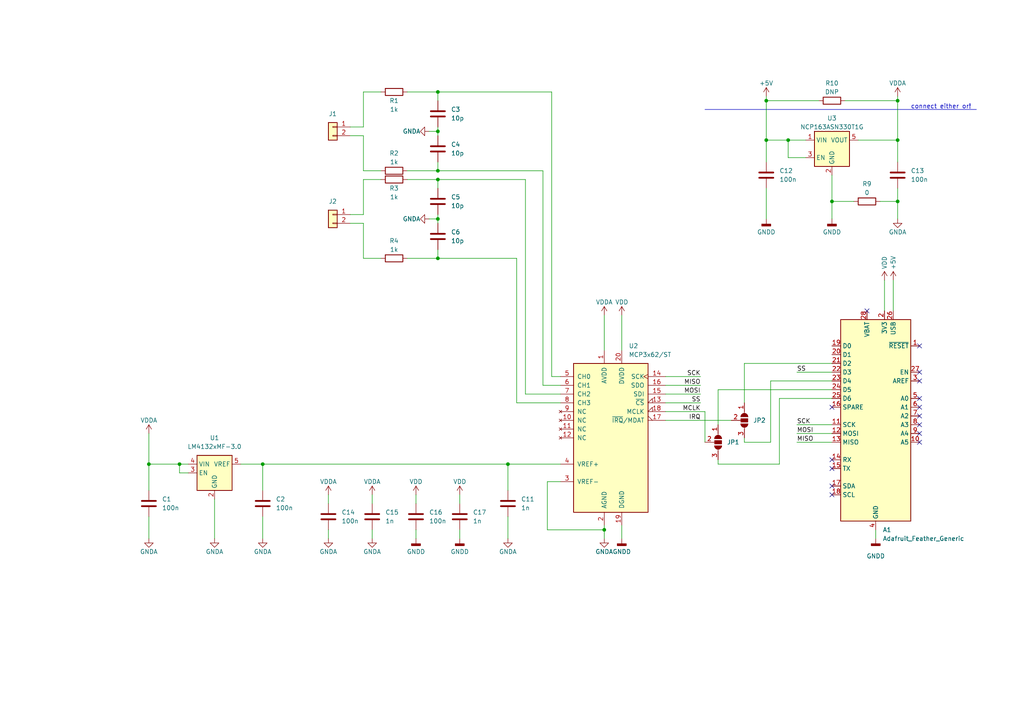
<source format=kicad_sch>
(kicad_sch (version 20230121) (generator eeschema)
  (paper "A4")
  (title_block (title "Adafruit Feather MCP3x6xR Breakout ") (date "2023-10-10") (rev "0.1") (company "Stefan Herold") (comment 1 "https://github.com/nerdyscout/Arduino_MCP3x6x_Library/pcb/Adafruit") (comment 2 "FEATHER") (comment 4 "CERN-OHL-S-2.0"))
  (lib_symbols
    (symbol "Connector_Generic:Conn_01x02" (pin_names (offset 1.016) hide)
      (property "Reference" "J" (at 0 2.54 0))
      (property "Value" "Conn_01x02" (at 0 -5.08 0))
      (symbol "Conn_01x02_1_1"
        (rectangle (start -1.27 -2.413) (end 0 -2.667) (stroke (width 0.1524)))
        (rectangle (start -1.27 0.127) (end 0 -0.127) (stroke (width 0.1524)))
        (rectangle (start -1.27 1.27) (end 1.27 -3.81) (stroke (width 0.254)) (fill (type background)))
        (pin passive line (at -5.08 0 0) (length 3.81) (name "Pin_1") (number "1"))
        (pin passive line (at -5.08 -2.54 0) (length 3.81) (name "Pin_2") (number "2"))
      )
    )
    (symbol "Device:C" (pin_numbers hide) (pin_names (offset 0.254))
      (property "Reference" "C" (at 0.635 2.54 0))
      (property "Value" "C" (at 0.635 -2.54 0))
      (symbol "C_0_1"
        (polyline (pts (xy -2.032 -0.762) (xy 2.032 -0.762)) (stroke (width 0.508)))
        (polyline (pts (xy -2.032 0.762) (xy 2.032 0.762)) (stroke (width 0.508)))
      )
      (symbol "C_1_1"
        (pin passive line (at 0 3.81 270) (length 2.794) (name "~") (number "1"))
        (pin passive line (at 0 -3.81 90) (length 2.794) (name "~") (number "2"))
      )
    )
    (symbol "Device:R" (pin_numbers hide) (pin_names (offset 0))
      (property "Reference" "R" (at 2.032 0 90))
      (property "Value" "R" (at 0 0 90))
      (symbol "R_0_1"
        (rectangle (start -1.016 -2.54) (end 1.016 2.54) (stroke (width 0.254)))
      )
      (symbol "R_1_1"
        (pin passive line (at 0 3.81 270) (length 1.27) (name "~") (number "1"))
        (pin passive line (at 0 -3.81 90) (length 1.27) (name "~") (number "2"))
      )
    )
    (symbol "GNDD_1" (power) (pin_names (offset 0))
      (property "Value" "GNDD_1" (at 0 -3.175 0))
      (symbol "GNDD_1_0_1"
        (rectangle (start -1.27 -1.524) (end 1.27 -2.032) (stroke (width 0.254)) (fill (type outline)))
        (polyline (pts (xy 0 0) (xy 0 -1.524)))
      )
      (symbol "GNDD_1_1_1"
        (pin power_in line (at 0 0 270) (length 0) hide (name "GNDD") (number "1"))
      )
    )
    (symbol "Jumper:SolderJumper_3_Open" (pin_names (offset 0) hide)
      (property "Reference" "JP" (at -2.54 -2.54 0))
      (property "Value" "SolderJumper_3_Open" (at 0 2.794 0))
      (symbol "SolderJumper_3_Open_0_1"
        (arc (start -1.016 1.016) (mid -2.0276 0) (end -1.016 -1.016))
        (arc (start -1.016 1.016) (mid -2.0276 0) (end -1.016 -1.016) (fill (type outline)))
        (rectangle (start -0.508 1.016) (end 0.508 -1.016) (fill (type outline)))
        (polyline (pts (xy -2.54 0) (xy -2.032 0)))
        (polyline (pts (xy -1.016 1.016) (xy -1.016 -1.016)))
        (polyline (pts (xy 0 -1.27) (xy 0 -1.016)))
        (polyline (pts (xy 1.016 1.016) (xy 1.016 -1.016)))
        (polyline (pts (xy 2.54 0) (xy 2.032 0)))
        (arc (start 1.016 -1.016) (mid 2.0276 0) (end 1.016 1.016))
        (arc (start 1.016 -1.016) (mid 2.0276 0) (end 1.016 1.016) (fill (type outline)))
      )
      (symbol "SolderJumper_3_Open_1_1"
        (pin passive line (at -5.08 0 0) (length 2.54) (name "A") (number "1"))
        (pin passive line (at 0 -3.81 90) (length 2.54) (name "C") (number "2"))
        (pin passive line (at 5.08 0 180) (length 2.54) (name "B") (number "3"))
      )
    )
    (symbol "MCP3x6x:MCP3x62/ST" (pin_names (offset 1.016))
      (property "Reference" "U" (at -11.43 22.86 0))
      (property "Value" "MCP3x62{slash}ST" (at 2.54 22.86 0))
      (symbol "MCP3x62/ST_0_1"
        (rectangle (start -11.43 21.59) (end 10.16 -21.59) (stroke (width 0.254)) (fill (type background)))
      )
      (symbol "MCP3x62/ST_1_1"
        (pin power_in line (at -2.54 25.4 270) (length 3.81) (name "AVDD") (number "1"))
        (pin no_connect line (at -15.24 5.08 0) (length 3.81) (name "NC") (number "10"))
        (pin no_connect line (at -15.24 2.54 0) (length 3.81) (name "NC") (number "11"))
        (pin no_connect line (at -15.24 0 0) (length 3.81) (name "NC") (number "12"))
        (pin input input_low (at 15.24 10.16 180) (length 5.08) (name "~{CS}") (number "13"))
        (pin input clock (at 15.24 17.78 180) (length 5.08) (name "SCK") (number "14"))
        (pin input line (at 15.24 12.7 180) (length 5.08) (name "SDI") (number "15"))
        (pin output line (at 15.24 15.24 180) (length 5.08) (name "SDO") (number "16"))
        (pin open_collector output_low (at 15.24 5.08 180) (length 5.08) (name "~{IRQ}/MDAT") (number "17"))
        (pin input input_low (at 15.24 7.62 180) (length 5.08) (name "MCLK") (number "18"))
        (pin power_in line (at 2.54 -25.4 90) (length 3.81) (name "DGND") (number "19"))
        (pin power_in line (at -2.54 -25.4 90) (length 3.81) (name "AGND") (number "2"))
        (pin power_in line (at 2.54 25.4 270) (length 3.81) (name "DVDD") (number "20"))
        (pin input line (at -15.24 -12.7 0) (length 3.81) (name "VREF-") (number "3"))
        (pin input line (at -15.24 -7.62 0) (length 3.81) (name "VREF+") (number "4"))
        (pin input line (at -15.24 17.78 0) (length 3.81) (name "CH0") (number "5"))
        (pin input line (at -15.24 15.24 0) (length 3.81) (name "CH1") (number "6"))
        (pin input line (at -15.24 12.7 0) (length 3.81) (name "CH2") (number "7"))
        (pin input line (at -15.24 10.16 0) (length 3.81) (name "CH3") (number "8"))
        (pin no_connect line (at -15.24 7.62 0) (length 3.81) (name "NC") (number "9"))
      )
    )
    (symbol "MCU_Module:Adafruit_Feather_Generic"
      (property "Reference" "A" (at -10.16 29.21 0))
      (property "Value" "Adafruit_Feather_Generic" (at 2.54 -31.75 0))
      (symbol "Adafruit_Feather_Generic_0_1"
        (rectangle (start -10.16 27.94) (end 10.16 -30.48) (stroke (width 0.254)) (fill (type background)))
      )
      (symbol "Adafruit_Feather_Generic_1_1"
        (pin input line (at 12.7 20.32 180) (length 2.54) (name "~{RESET}") (number "1"))
        (pin bidirectional line (at 12.7 -7.62 180) (length 2.54) (name "A5") (number "10"))
        (pin bidirectional line (at -12.7 -2.54 0) (length 2.54) (name "SCK") (number "11"))
        (pin bidirectional line (at -12.7 -5.08 0) (length 2.54) (name "MOSI") (number "12"))
        (pin bidirectional line (at -12.7 -7.62 0) (length 2.54) (name "MISO") (number "13"))
        (pin bidirectional line (at -12.7 -12.7 0) (length 2.54) (name "RX") (number "14"))
        (pin bidirectional line (at -12.7 -15.24 0) (length 2.54) (name "TX") (number "15"))
        (pin bidirectional line (at -12.7 2.54 0) (length 2.54) (name "SPARE") (number "16"))
        (pin bidirectional line (at -12.7 -20.32 0) (length 2.54) (name "SDA") (number "17"))
        (pin bidirectional line (at -12.7 -22.86 0) (length 2.54) (name "SCL") (number "18"))
        (pin bidirectional line (at -12.7 20.32 0) (length 2.54) (name "D0") (number "19"))
        (pin power_in line (at 2.54 30.48 270) (length 2.54) (name "3V3") (number "2"))
        (pin bidirectional line (at -12.7 17.78 0) (length 2.54) (name "D1") (number "20"))
        (pin bidirectional line (at -12.7 15.24 0) (length 2.54) (name "D2") (number "21"))
        (pin bidirectional line (at -12.7 12.7 0) (length 2.54) (name "D3") (number "22"))
        (pin bidirectional line (at -12.7 10.16 0) (length 2.54) (name "D4") (number "23"))
        (pin bidirectional line (at -12.7 7.62 0) (length 2.54) (name "D5") (number "24"))
        (pin bidirectional line (at -12.7 5.08 0) (length 2.54) (name "D6") (number "25"))
        (pin power_in line (at 5.08 30.48 270) (length 2.54) (name "USB") (number "26"))
        (pin input line (at 12.7 12.7 180) (length 2.54) (name "EN") (number "27"))
        (pin power_in line (at -2.54 30.48 270) (length 2.54) (name "VBAT") (number "28"))
        (pin input line (at 12.7 10.16 180) (length 2.54) (name "AREF") (number "3"))
        (pin power_in line (at 0 -33.02 90) (length 2.54) (name "GND") (number "4"))
        (pin bidirectional line (at 12.7 5.08 180) (length 2.54) (name "A0") (number "5"))
        (pin bidirectional line (at 12.7 2.54 180) (length 2.54) (name "A1") (number "6"))
        (pin bidirectional line (at 12.7 0 180) (length 2.54) (name "A2") (number "7"))
        (pin bidirectional line (at 12.7 -2.54 180) (length 2.54) (name "A3") (number "8"))
        (pin bidirectional line (at 12.7 -5.08 180) (length 2.54) (name "A4") (number "9"))
      )
    )
    (symbol "Reference_Voltage:LM4132xMF-3.3"
      (property "Reference" "U" (at -4.318 6.096 0))
      (property "Value" "LM4132xMF-3.3" (at 7.874 6.096 0))
      (symbol "LM4132xMF-3.3_0_1"
        (rectangle (start -5.08 5.08) (end 5.08 -5.08) (stroke (width 0.254)) (fill (type background)))
      )
      (symbol "LM4132xMF-3.3_1_1"
        (pin no_connect line (at 5.08 0 180) (length 2.54) hide (name "NC") (number "1"))
        (pin power_in line (at 0 -7.62 90) (length 2.54) (name "GND") (number "2"))
        (pin input line (at -7.62 0 0) (length 2.54) (name "EN") (number "3"))
        (pin power_in line (at -7.62 2.54 0) (length 2.54) (name "VIN") (number "4"))
        (pin power_out line (at 7.62 2.54 180) (length 2.54) (name "VREF") (number "5"))
      )
    )
    (symbol "Regulator_Linear:NCP163ASN330T1G"
      (property "Reference" "U" (at 0 8.89 0))
      (property "Value" "NCP163ASN330T1G" (at 0 6.35 0))
      (symbol "NCP163ASN330T1G_0_1"
        (rectangle (start -5.08 5.08) (end 5.08 -5.08) (stroke (width 0.254)) (fill (type background)))
      )
      (symbol "NCP163ASN330T1G_1_1"
        (pin power_in line (at -7.62 2.54 0) (length 2.54) (name "VIN") (number "1"))
        (pin power_in line (at 0 -7.62 90) (length 2.54) (name "GND") (number "2"))
        (pin input line (at -7.62 -2.54 0) (length 2.54) (name "EN") (number "3"))
        (pin no_connect line (at 5.08 -2.54 180) (length 2.54) hide (name "NC") (number "4"))
        (pin power_out line (at 7.62 2.54 180) (length 2.54) (name "VOUT") (number "5"))
      )
    )
    (symbol "power:+5V" (power) (pin_names (offset 0))
      (property "Value" "+5V" (at 0 3.556 0))
      (symbol "+5V_0_1"
        (polyline (pts (xy -0.762 1.27) (xy 0 2.54)))
        (polyline (pts (xy 0 0) (xy 0 2.54)))
        (polyline (pts (xy 0 2.54) (xy 0.762 1.27)))
      )
      (symbol "+5V_1_1"
        (pin power_in line (at 0 0 90) (length 0) hide (name "+5V") (number "1"))
      )
    )
    (symbol "power:GNDA" (power) (pin_names (offset 0))
      (property "Value" "GNDA" (at 0 -3.81 0))
      (symbol "GNDA_0_1"
        (polyline (pts (xy 0 0) (xy 0 -1.27) (xy 1.27 -1.27) (xy 0 -2.54) (xy -1.27 -1.27) (xy 0 -1.27)))
      )
      (symbol "GNDA_1_1"
        (pin power_in line (at 0 0 270) (length 0) hide (name "GNDA") (number "1"))
      )
    )
    (symbol "power:GNDD" (power) (pin_names (offset 0))
      (property "Value" "GNDD" (at 0 -3.175 0))
      (symbol "GNDD_0_1"
        (rectangle (start -1.27 -1.524) (end 1.27 -2.032) (stroke (width 0.254)) (fill (type outline)))
        (polyline (pts (xy 0 0) (xy 0 -1.524)))
      )
      (symbol "GNDD_1_1"
        (pin power_in line (at 0 0 270) (length 0) hide (name "GNDD") (number "1"))
      )
    )
    (symbol "power:VDD" (power) (pin_names (offset 0))
      (property "Value" "VDD" (at 0 3.81 0))
      (symbol "VDD_0_1"
        (polyline (pts (xy -0.762 1.27) (xy 0 2.54)))
        (polyline (pts (xy 0 0) (xy 0 2.54)))
        (polyline (pts (xy 0 2.54) (xy 0.762 1.27)))
      )
      (symbol "VDD_1_1"
        (pin power_in line (at 0 0 90) (length 0) hide (name "VDD") (number "1"))
      )
    )
    (symbol "power:VDDA" (power) (pin_names (offset 0))
      (property "Value" "VDDA" (at 0 3.81 0))
      (symbol "VDDA_0_1"
        (polyline (pts (xy -0.762 1.27) (xy 0 2.54)))
        (polyline (pts (xy 0 0) (xy 0 2.54)))
        (polyline (pts (xy 0 2.54) (xy 0.762 1.27)))
      )
      (symbol "VDDA_1_1"
        (pin power_in line (at 0 0 90) (length 0) hide (name "VDDA") (number "1"))
      )
    )
  )
  (junction (at 260.35 29.21))
  (junction (at 127 74.93))
  (junction (at 43.18 134.62))
  (junction (at 260.35 40.64))
  (junction (at 241.3 58.42))
  (junction (at 127 38.1))
  (junction (at 76.2 134.62))
  (junction (at 222.25 40.64))
  (junction (at 222.25 29.21))
  (junction (at 228.6 40.64))
  (junction (at 260.35 58.42))
  (junction (at 52.07 134.62))
  (junction (at 127 49.53))
  (junction (at 127 26.67))
  (junction (at 147.32 134.62))
  (junction (at 127 52.07))
  (junction (at 175.26 153.67))
  (junction (at 127 63.5))
  (no_connect (at 266.7 100.33))
  (no_connect (at 241.3 140.97))
  (no_connect (at 266.7 110.49))
  (no_connect (at 266.7 128.27))
  (no_connect (at 266.7 120.65))
  (no_connect (at 266.7 107.95))
  (no_connect (at 266.7 118.11))
  (no_connect (at 266.7 115.57))
  (no_connect (at 266.7 123.19))
  (no_connect (at 266.7 125.73))
  (no_connect (at 241.3 133.35))
  (no_connect (at 241.3 143.51))
  (no_connect (at 241.3 118.11))
  (no_connect (at 251.46 90.17))
  (no_connect (at 241.3 135.89))
  (wire (pts (xy 231.14 128.27) (xy 241.3 128.27)))
  (wire (pts (xy 105.41 26.67) (xy 110.49 26.67)))
  (wire (pts (xy 120.65 156.21) (xy 120.65 153.67)))
  (wire (pts (xy 101.6 62.23) (xy 105.41 62.23)))
  (wire (pts (xy 152.4 52.07) (xy 127 52.07)))
  (wire (pts (xy 105.41 74.93) (xy 110.49 74.93)))
  (wire (pts (xy 203.2 114.3) (xy 193.04 114.3)))
  (wire (pts (xy 118.11 74.93) (xy 127 74.93)))
  (wire (pts (xy 245.11 29.21) (xy 260.35 29.21)))
  (wire (pts (xy 208.28 134.62) (xy 226.06 134.62)))
  (wire (pts (xy 223.52 110.49) (xy 223.52 128.27)))
  (wire (pts (xy 231.14 107.95) (xy 241.3 107.95)))
  (wire (pts (xy 133.35 143.51) (xy 133.35 146.05)))
  (wire (pts (xy 118.11 52.07) (xy 127 52.07)))
  (wire (pts (xy 43.18 142.24) (xy 43.18 134.62)))
  (wire (pts (xy 180.34 91.44) (xy 180.34 101.6)))
  (wire (pts (xy 222.25 29.21) (xy 222.25 27.94)))
  (wire (pts (xy 208.28 123.19) (xy 208.28 113.03)))
  (wire (pts (xy 228.6 40.64) (xy 222.25 40.64)))
  (wire (pts (xy 203.2 116.84) (xy 193.04 116.84)))
  (wire (pts (xy 105.41 49.53) (xy 105.41 39.37)))
  (wire (pts (xy 208.28 113.03) (xy 241.3 113.03)))
  (wire (pts (xy 260.35 29.21) (xy 260.35 27.94)))
  (wire (pts (xy 54.61 137.16) (xy 52.07 137.16)))
  (wire (pts (xy 62.23 144.78) (xy 62.23 156.21)))
  (wire (pts (xy 105.41 52.07) (xy 110.49 52.07)))
  (wire (pts (xy 231.14 123.19) (xy 241.3 123.19)))
  (wire (pts (xy 203.2 111.76) (xy 193.04 111.76)))
  (wire (pts (xy 95.25 156.21) (xy 95.25 153.67)))
  (polyline (pts (xy 204.47 31.75) (xy 283.21 31.75)))
  (wire (pts (xy 127 62.23) (xy 127 63.5)))
  (wire (pts (xy 226.06 134.62) (xy 226.06 115.57)))
  (wire (pts (xy 105.41 64.77) (xy 105.41 74.93)))
  (wire (pts (xy 233.68 40.64) (xy 228.6 40.64)))
  (wire (pts (xy 260.35 40.64) (xy 260.35 29.21)))
  (wire (pts (xy 149.86 74.93) (xy 149.86 116.84)))
  (wire (pts (xy 222.25 54.61) (xy 222.25 63.5)))
  (wire (pts (xy 127 36.83) (xy 127 38.1)))
  (wire (pts (xy 69.85 134.62) (xy 76.2 134.62)))
  (wire (pts (xy 52.07 137.16) (xy 52.07 134.62)))
  (wire (pts (xy 76.2 134.62) (xy 147.32 134.62)))
  (wire (pts (xy 52.07 134.62) (xy 54.61 134.62)))
  (wire (pts (xy 147.32 134.62) (xy 147.32 142.24)))
  (wire (pts (xy 228.6 45.72) (xy 228.6 40.64)))
  (wire (pts (xy 241.3 58.42) (xy 247.65 58.42)))
  (wire (pts (xy 215.9 105.41) (xy 215.9 116.84)))
  (wire (pts (xy 118.11 49.53) (xy 127 49.53)))
  (wire (pts (xy 180.34 152.4) (xy 180.34 156.21)))
  (wire (pts (xy 101.6 36.83) (xy 105.41 36.83)))
  (wire (pts (xy 147.32 149.86) (xy 147.32 156.21)))
  (wire (pts (xy 259.08 81.28) (xy 259.08 90.17)))
  (wire (pts (xy 233.68 45.72) (xy 228.6 45.72)))
  (wire (pts (xy 260.35 54.61) (xy 260.35 58.42)))
  (wire (pts (xy 127 46.99) (xy 127 49.53)))
  (wire (pts (xy 204.47 128.27) (xy 204.47 119.38)))
  (wire (pts (xy 149.86 74.93) (xy 127 74.93)))
  (wire (pts (xy 222.25 40.64) (xy 222.25 29.21)))
  (wire (pts (xy 105.41 62.23) (xy 105.41 52.07)))
  (wire (pts (xy 260.35 40.64) (xy 260.35 46.99)))
  (wire (pts (xy 241.3 50.8) (xy 241.3 58.42)))
  (wire (pts (xy 124.46 63.5) (xy 127 63.5)))
  (wire (pts (xy 260.35 58.42) (xy 260.35 63.5)))
  (wire (pts (xy 226.06 115.57) (xy 241.3 115.57)))
  (wire (pts (xy 175.26 153.67) (xy 175.26 156.21)))
  (wire (pts (xy 147.32 134.62) (xy 162.56 134.62)))
  (wire (pts (xy 127 26.67) (xy 127 29.21)))
  (wire (pts (xy 101.6 64.77) (xy 105.41 64.77)))
  (wire (pts (xy 43.18 149.86) (xy 43.18 156.21)))
  (wire (pts (xy 162.56 111.76) (xy 157.48 111.76)))
  (wire (pts (xy 162.56 139.7) (xy 158.75 139.7)))
  (wire (pts (xy 133.35 156.21) (xy 133.35 153.67)))
  (wire (pts (xy 256.54 81.28) (xy 256.54 90.17)))
  (wire (pts (xy 110.49 49.53) (xy 105.41 49.53)))
  (wire (pts (xy 231.14 125.73) (xy 241.3 125.73)))
  (wire (pts (xy 193.04 121.92) (xy 212.09 121.92)))
  (wire (pts (xy 124.46 38.1) (xy 127 38.1)))
  (wire (pts (xy 120.65 143.51) (xy 120.65 146.05)))
  (wire (pts (xy 105.41 39.37) (xy 101.6 39.37)))
  (wire (pts (xy 127 74.93) (xy 127 72.39)))
  (wire (pts (xy 43.18 134.62) (xy 52.07 134.62)))
  (wire (pts (xy 107.95 156.21) (xy 107.95 153.67)))
  (wire (pts (xy 118.11 26.67) (xy 127 26.67)))
  (wire (pts (xy 175.26 91.44) (xy 175.26 101.6)))
  (wire (pts (xy 105.41 36.83) (xy 105.41 26.67)))
  (wire (pts (xy 208.28 133.35) (xy 208.28 134.62)))
  (wire (pts (xy 162.56 109.22) (xy 160.02 109.22)))
  (wire (pts (xy 241.3 58.42) (xy 241.3 63.5)))
  (wire (pts (xy 158.75 139.7) (xy 158.75 153.67)))
  (wire (pts (xy 254 153.67) (xy 254 156.21)))
  (wire (pts (xy 95.25 143.51) (xy 95.25 146.05)))
  (wire (pts (xy 255.27 58.42) (xy 260.35 58.42)))
  (wire (pts (xy 107.95 143.51) (xy 107.95 146.05)))
  (wire (pts (xy 157.48 49.53) (xy 127 49.53)))
  (wire (pts (xy 127 38.1) (xy 127 39.37)))
  (wire (pts (xy 162.56 116.84) (xy 149.86 116.84)))
  (wire (pts (xy 162.56 114.3) (xy 152.4 114.3)))
  (wire (pts (xy 248.92 40.64) (xy 260.35 40.64)))
  (wire (pts (xy 215.9 105.41) (xy 241.3 105.41)))
  (wire (pts (xy 241.3 110.49) (xy 223.52 110.49)))
  (wire (pts (xy 157.48 49.53) (xy 157.48 111.76)))
  (wire (pts (xy 76.2 134.62) (xy 76.2 142.24)))
  (wire (pts (xy 127 52.07) (xy 127 54.61)))
  (wire (pts (xy 203.2 109.22) (xy 193.04 109.22)))
  (wire (pts (xy 222.25 29.21) (xy 237.49 29.21)))
  (wire (pts (xy 222.25 40.64) (xy 222.25 46.99)))
  (wire (pts (xy 127 63.5) (xy 127 64.77)))
  (wire (pts (xy 76.2 149.86) (xy 76.2 156.21)))
  (wire (pts (xy 223.52 128.27) (xy 215.9 128.27)))
  (wire (pts (xy 175.26 152.4) (xy 175.26 153.67)))
  (wire (pts (xy 152.4 52.07) (xy 152.4 114.3)))
  (wire (pts (xy 158.75 153.67) (xy 175.26 153.67)))
  (wire (pts (xy 160.02 26.67) (xy 127 26.67)))
  (wire (pts (xy 160.02 26.67) (xy 160.02 109.22)))
  (wire (pts (xy 215.9 128.27) (xy 215.9 127)))
  (wire (pts (xy 193.04 119.38) (xy 204.47 119.38)))
  (wire (pts (xy 43.18 125.73) (xy 43.18 134.62)))
  (text "connect either or!" (at 264.16 31.75 0) (effects (font (size 1.27 1.27)) (justify left bottom)))
  (label "MCLK" (at 203.2 119.38 180))
  (label "SS" (at 203.2 116.84 180))
  (label "SS" (at 231.14 107.95 0))
  (label "MOSI" (at 231.14 125.73 0))
  (label "MOSI" (at 203.2 114.3 180))
  (label "MISO" (at 231.14 128.27 0))
  (label "IRQ" (at 203.2 121.92 180))
  (label "MISO" (at 203.2 111.76 180))
  (label "SCK" (at 203.2 109.22 180))
  (label "SCK" (at 231.14 123.19 0))
  (symbol (lib_id "MCP3x6x:MCP3x62/ST") (at 177.8 127 0) (unit 1)
    (property "Reference" "U2" (at 182.3594 100.33 0) (effects (justify left)))
    (property "Value" "MCP3x62/ST" (at 182.3594 102.87 0) (effects (justify left)))
    (property "Footprint" "Package_SO:TSSOP-20_4.4x6.5mm_P0.65mm" (effects hide))
  )
  (symbol (lib_id "Connector_Generic:Conn_01x02") (at 96.52 36.83 0) (mirror y) (unit 1)
    (property "Reference" "J1" (at 96.52 33.02 0))
    (property "Value" "Conn_01x02" (effects hide))
    (property "Footprint" "Connector_Coaxial:U.FL_Molex_MCRF_73412-0110_Vertical" (effects hide))
  )
  (symbol (lib_id "Device:C") (at 127 58.42 0) (unit 1)
    (property "Reference" "C5" (at 130.81 57.1499 0) (effects (justify left)))
    (property "Value" "10p" (at 130.81 59.6899 0) (effects (justify left)))
    (property "Footprint" "Capacitor_SMD:C_0402_1005Metric" (effects hide))
  )
  (symbol (lib_id "power:VDD") (at 133.35 143.51 0) (unit 1)
    (property "Reference" "#PWR0125" (effects hide))
    (property "Value" "VDD" (at 133.35 139.7 0))
  )
  (symbol (lib_id "Device:R") (at 114.3 49.53 90) (unit 1)
    (property "Reference" "R2" (at 114.3 44.45 90))
    (property "Value" "1k" (at 114.3 46.99 90))
    (property "Footprint" "Resistor_SMD:R_0402_1005Metric" (effects hide))
  )
  (symbol (lib_id "Device:R") (at 241.3 29.21 90) (unit 1)
    (property "Reference" "R10" (at 241.3 24.13 90))
    (property "Value" "DNP" (at 241.3 26.67 90))
    (property "Footprint" "Resistor_SMD:R_0603_1608Metric" (effects hide))
  )
  (symbol (lib_id "power:VDD") (at 180.34 91.44 0) (unit 1)
    (property "Reference" "#PWR0106" (effects hide))
    (property "Value" "VDD" (at 180.34 87.63 0))
  )
  (symbol (lib_id "power:GNDD") (at 222.25 63.5 0) (unit 1)
    (property "Reference" "#PWR0120" (effects hide))
    (property "Value" "GNDD" (at 222.25 67.31 0))
  )
  (symbol (lib_id "power:VDDA") (at 43.18 125.73 0) (unit 1)
    (property "Reference" "#PWR0110" (effects hide))
    (property "Value" "VDDA" (at 43.18 121.92 0))
  )
  (symbol (lib_id "power:GNDA") (at 107.95 156.21 0) (unit 1)
    (property "Reference" "#PWR0127" (effects hide))
    (property "Value" "GNDA" (at 107.95 160.02 0))
  )
  (symbol (lib_id "power:GNDD") (at 254 156.21 0) (unit 1)
    (property "Reference" "#PWR0101" (effects hide))
    (property "Value" "GNDD" (at 254 161.29 0))
  )
  (symbol (lib_id "power:GNDA") (at 62.23 156.21 0) (unit 1)
    (property "Reference" "#PWR0112" (effects hide))
    (property "Value" "GNDA" (at 62.23 160.02 0))
  )
  (symbol (lib_id "Device:C") (at 127 43.18 0) (unit 1)
    (property "Reference" "C4" (at 130.81 41.9099 0) (effects (justify left)))
    (property "Value" "10p" (at 130.81 44.4499 0) (effects (justify left)))
    (property "Footprint" "Capacitor_SMD:C_0402_1005Metric" (effects hide))
  )
  (symbol (lib_id "Device:C") (at 147.32 146.05 0) (unit 1)
    (property "Reference" "C11" (at 151.13 144.7799 0) (effects (justify left)))
    (property "Value" "1n" (at 151.13 147.3199 0) (effects (justify left)))
    (property "Footprint" "Capacitor_SMD:C_0603_1608Metric" (effects hide))
  )
  (symbol (lib_id "Device:C") (at 76.2 146.05 0) (unit 1)
    (property "Reference" "C2" (at 80.01 144.7799 0) (effects (justify left)))
    (property "Value" "100n" (at 80.01 147.3199 0) (effects (justify left)))
    (property "Footprint" "Capacitor_SMD:C_0603_1608Metric" (effects hide))
  )
  (symbol (lib_id "power:GNDA") (at 124.46 63.5 270) (unit 1)
    (property "Reference" "#PWR0116" (effects hide))
    (property "Value" "GNDA" (at 119.38 63.5 90))
  )
  (symbol (lib_id "Reference_Voltage:LM4132xMF-3.3") (at 62.23 137.16 0) (unit 1)
    (property "Reference" "U1" (at 62.23 127 0))
    (property "Value" "LM4132xMF-3.0" (at 62.23 129.54 0))
    (property "Footprint" "Package_TO_SOT_SMD:SOT-23-5" (effects hide))
    (property "Datasheet" "http://www.ti.com/lit/ds/symlink/lm4132.pdf" (effects hide))
  )
  (symbol (lib_id "power:GNDA") (at 175.26 156.21 0) (unit 1)
    (property "Reference" "#PWR0105" (effects hide))
    (property "Value" "GNDA" (at 175.26 160.02 0))
  )
  (symbol (lib_name "GNDD_1") (lib_id "power:GNDD") (at 120.65 156.21 0) (unit 1)
    (property "Reference" "#PWR0129" (effects hide))
    (property "Value" "GNDD" (at 120.65 160.02 0))
  )
  (symbol (lib_id "power:VDDA") (at 175.26 91.44 0) (unit 1)
    (property "Reference" "#PWR0107" (effects hide))
    (property "Value" "VDDA" (at 175.26 87.63 0))
  )
  (symbol (lib_id "power:VDD") (at 256.54 81.28 0) (unit 1)
    (property "Reference" "#PWR0102" (effects hide))
    (property "Value" "VDD" (at 256.54 76.2 90))
  )
  (symbol (lib_id "MCU_Module:Adafruit_Feather_Generic") (at 254 120.65 0) (unit 1)
    (property "Reference" "A1" (at 256.0194 153.67 0) (effects (justify left)))
    (property "Value" "Adafruit_Feather_Generic" (at 256.0194 156.21 0) (effects (justify left)))
    (property "Footprint" "Module:Adafruit_Feather" (effects hide))
    (property "Datasheet" "https://cdn-learn.adafruit.com/downloads/pdf/adafruit-feather.pdf" (effects hide))
  )
  (symbol (lib_id "Device:C") (at 95.25 149.86 0) (unit 1)
    (property "Reference" "C14" (at 99.06 148.5899 0) (effects (justify left)))
    (property "Value" "100n" (at 99.06 151.1299 0) (effects (justify left)))
    (property "Footprint" "Capacitor_SMD:C_0603_1608Metric" (effects hide))
  )
  (symbol (lib_id "Jumper:SolderJumper_3_Open") (at 208.28 128.27 270) (unit 1)
    (property "Reference" "JP1" (at 210.82 128.2699 90) (effects (justify left)))
    (property "Value" "SolderJumper_3_Open" (effects hide))
    (property "Footprint" "Jumper:SolderJumper-3_P1.3mm_Open_RoundedPad1.0x1.5mm" (effects hide))
  )
  (symbol (lib_id "Device:C") (at 43.18 146.05 0) (unit 1)
    (property "Reference" "C1" (at 46.99 144.7799 0) (effects (justify left)))
    (property "Value" "100n" (at 46.99 147.3199 0) (effects (justify left)))
    (property "Footprint" "Capacitor_SMD:C_0603_1608Metric" (effects hide))
  )
  (symbol (lib_id "power:+5V") (at 259.08 81.28 0) (unit 1)
    (property "Reference" "#PWR0103" (effects hide))
    (property "Value" "+5V" (at 259.08 76.2 90))
  )
  (symbol (lib_id "Device:R") (at 114.3 74.93 90) (unit 1)
    (property "Reference" "R4" (at 114.3 69.85 90))
    (property "Value" "1k" (at 114.3 72.39 90))
    (property "Footprint" "Resistor_SMD:R_0402_1005Metric" (effects hide))
  )
  (symbol (lib_id "power:VDD") (at 120.65 143.51 0) (unit 1)
    (property "Reference" "#PWR0124" (effects hide))
    (property "Value" "VDD" (at 120.65 139.7 0))
  )
  (symbol (lib_id "Device:C") (at 127 68.58 0) (unit 1)
    (property "Reference" "C6" (at 130.81 67.3099 0) (effects (justify left)))
    (property "Value" "10p" (at 130.81 69.8499 0) (effects (justify left)))
    (property "Footprint" "Capacitor_SMD:C_0402_1005Metric" (effects hide))
  )
  (symbol (lib_id "Regulator_Linear:NCP163ASN330T1G") (at 241.3 43.18 0) (unit 1)
    (property "Reference" "U3" (at 241.3 34.29 0))
    (property "Value" "NCP163ASN330T1G" (at 241.3 36.83 0))
    (property "Footprint" "Package_TO_SOT_SMD:SOT-23-5" (effects hide))
    (property "Datasheet" "https://www.onsemi.com/pdf/datasheet/ncp163-d.pdf" (effects hide))
  )
  (symbol (lib_id "power:GNDA") (at 260.35 63.5 0) (unit 1)
    (property "Reference" "#PWR0118" (effects hide))
    (property "Value" "GNDA" (at 260.35 67.31 0))
  )
  (symbol (lib_id "Device:C") (at 107.95 149.86 0) (unit 1)
    (property "Reference" "C15" (at 111.76 148.5899 0) (effects (justify left)))
    (property "Value" "1n" (at 111.76 151.1299 0) (effects (justify left)))
    (property "Footprint" "Capacitor_SMD:C_0603_1608Metric" (effects hide))
  )
  (symbol (lib_id "Device:C") (at 120.65 149.86 0) (unit 1)
    (property "Reference" "C16" (at 124.46 148.5899 0) (effects (justify left)))
    (property "Value" "100n" (at 124.46 151.1299 0) (effects (justify left)))
    (property "Footprint" "Capacitor_SMD:C_0603_1608Metric" (effects hide))
  )
  (symbol (lib_id "power:+5V") (at 222.25 27.94 0) (mirror y) (unit 1)
    (property "Reference" "#PWR0117" (effects hide))
    (property "Value" "+5V" (at 222.25 24.13 0))
  )
  (symbol (lib_id "Device:R") (at 251.46 58.42 90) (unit 1)
    (property "Reference" "R9" (at 251.46 53.34 90))
    (property "Value" "0" (at 251.46 55.88 90))
    (property "Footprint" "Resistor_SMD:R_0603_1608Metric" (effects hide))
  )
  (symbol (lib_id "power:VDDA") (at 107.95 143.51 0) (unit 1)
    (property "Reference" "#PWR0128" (effects hide))
    (property "Value" "VDDA" (at 107.95 139.7 0))
  )
  (symbol (lib_id "power:GNDA") (at 43.18 156.21 0) (unit 1)
    (property "Reference" "#PWR0111" (effects hide))
    (property "Value" "GNDA" (at 43.18 160.02 0))
  )
  (symbol (lib_id "power:VDDA") (at 95.25 143.51 0) (unit 1)
    (property "Reference" "#PWR0123" (effects hide))
    (property "Value" "VDDA" (at 95.25 139.7 0))
  )
  (symbol (lib_name "GNDD_1") (lib_id "power:GNDD") (at 133.35 156.21 0) (unit 1)
    (property "Reference" "#PWR0126" (effects hide))
    (property "Value" "GNDD" (at 133.35 160.02 0))
  )
  (symbol (lib_name "GNDD_1") (lib_id "power:GNDD") (at 180.34 156.21 0) (unit 1)
    (property "Reference" "#PWR0104" (effects hide))
    (property "Value" "GNDD" (at 180.34 160.02 0))
  )
  (symbol (lib_id "power:VDDA") (at 260.35 27.94 0) (unit 1)
    (property "Reference" "#PWR0121" (effects hide))
    (property "Value" "VDDA" (at 260.35 24.13 0))
  )
  (symbol (lib_id "Connector_Generic:Conn_01x02") (at 96.52 62.23 0) (mirror y) (unit 1)
    (property "Reference" "J2" (at 96.52 58.42 0))
    (property "Value" "Conn_01x02" (effects hide))
    (property "Footprint" "Connector_Coaxial:U.FL_Molex_MCRF_73412-0110_Vertical" (effects hide))
  )
  (symbol (lib_id "Device:C") (at 133.35 149.86 0) (unit 1)
    (property "Reference" "C17" (at 137.16 148.5899 0) (effects (justify left)))
    (property "Value" "1n" (at 137.16 151.1299 0) (effects (justify left)))
    (property "Footprint" "Capacitor_SMD:C_0603_1608Metric" (effects hide))
  )
  (symbol (lib_id "power:GNDA") (at 147.32 156.21 0) (unit 1)
    (property "Reference" "#PWR0109" (effects hide))
    (property "Value" "GNDA" (at 147.32 160.02 0))
  )
  (symbol (lib_id "power:GNDA") (at 76.2 156.21 0) (unit 1)
    (property "Reference" "#PWR0108" (effects hide))
    (property "Value" "GNDA" (at 76.2 160.02 0))
  )
  (symbol (lib_id "power:GNDA") (at 95.25 156.21 0) (unit 1)
    (property "Reference" "#PWR0122" (effects hide))
    (property "Value" "GNDA" (at 95.25 160.02 0))
  )
  (symbol (lib_id "Device:R") (at 114.3 52.07 90) (unit 1)
    (property "Reference" "R3" (at 114.3 54.61 90))
    (property "Value" "1k" (at 114.3 57.15 90))
    (property "Footprint" "Resistor_SMD:R_0402_1005Metric" (effects hide))
  )
  (symbol (lib_id "power:GNDA") (at 124.46 38.1 270) (unit 1)
    (property "Reference" "#PWR0115" (effects hide))
    (property "Value" "GNDA" (at 119.38 38.1 90))
  )
  (symbol (lib_id "Device:C") (at 222.25 50.8 0) (unit 1)
    (property "Reference" "C12" (at 226.06 49.5299 0) (effects (justify left)))
    (property "Value" "100n" (at 226.06 52.0699 0) (effects (justify left)))
    (property "Footprint" "Capacitor_SMD:C_0603_1608Metric" (effects hide))
  )
  (symbol (lib_id "Device:C") (at 260.35 50.8 0) (unit 1)
    (property "Reference" "C13" (at 264.16 49.5299 0) (effects (justify left)))
    (property "Value" "100n" (at 264.16 52.0699 0) (effects (justify left)))
    (property "Footprint" "Capacitor_SMD:C_0603_1608Metric" (effects hide))
  )
  (symbol (lib_id "Jumper:SolderJumper_3_Open") (at 215.9 121.92 270) (unit 1)
    (property "Reference" "JP2" (at 218.44 121.9199 90) (effects (justify left)))
    (property "Value" "SolderJumper_3_Open" (effects hide))
    (property "Footprint" "Jumper:SolderJumper-3_P1.3mm_Open_RoundedPad1.0x1.5mm" (effects hide))
  )
  (symbol (lib_id "Device:C") (at 127 33.02 0) (unit 1)
    (property "Reference" "C3" (at 130.81 31.7499 0) (effects (justify left)))
    (property "Value" "10p" (at 130.81 34.2899 0) (effects (justify left)))
    (property "Footprint" "Capacitor_SMD:C_0402_1005Metric" (effects hide))
  )
  (symbol (lib_id "power:GNDD") (at 241.3 63.5 0) (unit 1)
    (property "Reference" "#PWR0119" (effects hide))
    (property "Value" "GNDD" (at 241.3 67.31 0))
  )
  (symbol (lib_id "Device:R") (at 114.3 26.67 90) (unit 1)
    (property "Reference" "R1" (at 114.3 29.21 90))
    (property "Value" "1k" (at 114.3 31.75 90))
    (property "Footprint" "Resistor_SMD:R_0402_1005Metric" (effects hide))
  )
)
</source>
